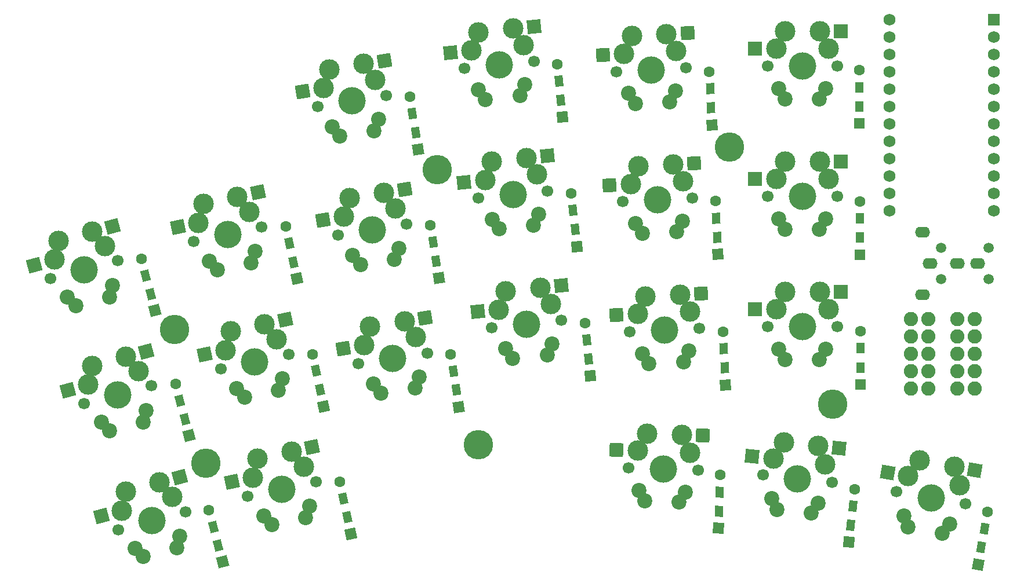
<source format=gbs>
%TF.GenerationSoftware,KiCad,Pcbnew,(6.0.0-0)*%
%TF.CreationDate,2022-02-08T20:15:09+07:00*%
%TF.ProjectId,kibod-01-mirrored-rev2,6b69626f-642d-4303-912d-6d6972726f72,rev?*%
%TF.SameCoordinates,Original*%
%TF.FileFunction,Soldermask,Bot*%
%TF.FilePolarity,Negative*%
%FSLAX46Y46*%
G04 Gerber Fmt 4.6, Leading zero omitted, Abs format (unit mm)*
G04 Created by KiCad (PCBNEW (6.0.0-0)) date 2022-02-08 20:15:09*
%MOMM*%
%LPD*%
G01*
G04 APERTURE LIST*
G04 Aperture macros list*
%AMRotRect*
0 Rectangle, with rotation*
0 The origin of the aperture is its center*
0 $1 length*
0 $2 width*
0 $3 Rotation angle, in degrees counterclockwise*
0 Add horizontal line*
21,1,$1,$2,0,0,$3*%
G04 Aperture macros list end*
%ADD10RotRect,1.600000X1.200000X285.000000*%
%ADD11RotRect,1.600000X1.600000X285.000000*%
%ADD12C,1.600000*%
%ADD13RotRect,1.600000X1.200000X282.000000*%
%ADD14RotRect,1.600000X1.600000X282.000000*%
%ADD15RotRect,1.600000X1.200000X279.000000*%
%ADD16RotRect,1.600000X1.600000X279.000000*%
%ADD17RotRect,1.600000X1.200000X276.000000*%
%ADD18RotRect,1.600000X1.600000X276.000000*%
%ADD19RotRect,1.600000X1.600000X273.000000*%
%ADD20RotRect,1.600000X1.200000X273.000000*%
%ADD21R,1.200000X1.600000*%
%ADD22R,1.600000X1.600000*%
%ADD23RotRect,1.600000X1.200000X268.000000*%
%ADD24RotRect,1.600000X1.600000X268.000000*%
%ADD25RotRect,1.600000X1.200000X264.000000*%
%ADD26RotRect,1.600000X1.600000X264.000000*%
%ADD27RotRect,1.600000X1.200000X260.000000*%
%ADD28RotRect,1.600000X1.600000X260.000000*%
%ADD29C,3.000000*%
%ADD30C,1.700000*%
%ADD31C,4.000000*%
%ADD32RotRect,2.000000X2.000000X195.000000*%
%ADD33C,2.200000*%
%ADD34RotRect,2.000000X2.000000X192.000000*%
%ADD35RotRect,2.000000X2.000000X189.000000*%
%ADD36RotRect,2.000000X2.000000X186.000000*%
%ADD37RotRect,2.000000X2.000000X183.000000*%
%ADD38R,2.000000X2.000000*%
%ADD39RotRect,2.000000X2.000000X178.000000*%
%ADD40RotRect,2.000000X2.000000X174.000000*%
%ADD41RotRect,2.000000X2.000000X170.000000*%
%ADD42C,2.082800*%
%ADD43C,4.300000*%
%ADD44C,1.500000*%
%ADD45O,2.200000X1.600000*%
%ADD46R,1.752600X1.752600*%
%ADD47C,1.752600*%
G04 APERTURE END LIST*
D10*
%TO.C,D-0-0*%
X35606651Y-60143963D03*
D11*
X36253698Y-62558778D03*
D10*
X34881957Y-57439371D03*
D12*
X34234910Y-55024556D03*
%TD*%
D13*
%TO.C,D-0-1*%
X56431074Y-55485784D03*
D14*
X56950854Y-57931153D03*
D12*
X55329142Y-50301601D03*
D13*
X55848922Y-52746970D03*
%TD*%
D15*
%TO.C,D-0-2*%
X74290001Y-36560063D03*
D16*
X74681087Y-39029284D03*
D15*
X73851985Y-33794535D03*
D12*
X73460899Y-31325314D03*
%TD*%
D17*
%TO.C,D-0-3*%
X95514786Y-31813388D03*
D18*
X95776107Y-34299692D03*
D17*
X95222106Y-29028726D03*
D12*
X94960785Y-26542422D03*
%TD*%
D19*
%TO.C,D-0-4*%
X117583269Y-35447427D03*
D20*
X117452429Y-32950853D03*
D12*
X117175049Y-27658117D03*
D20*
X117305889Y-30154691D03*
%TD*%
D21*
%TO.C,D-0-5*%
X139107246Y-32741289D03*
D22*
X139107246Y-35241289D03*
D21*
X139107246Y-29941289D03*
D12*
X139107246Y-27441289D03*
%TD*%
D11*
%TO.C,D-1-0*%
X41259145Y-80847721D03*
D10*
X40612098Y-78432906D03*
X39887404Y-75728314D03*
D12*
X39240357Y-73313499D03*
%TD*%
D14*
%TO.C,D-1-1*%
X60851326Y-76573969D03*
D13*
X60331546Y-74128600D03*
X59749394Y-71389786D03*
D12*
X59229614Y-68944417D03*
%TD*%
D15*
%TO.C,D-1-2*%
X77307846Y-55316818D03*
D16*
X77698932Y-57786039D03*
D12*
X76478744Y-50082069D03*
D15*
X76869830Y-52551290D03*
%TD*%
D17*
%TO.C,D-1-3*%
X97600246Y-50713151D03*
D18*
X97861567Y-53199455D03*
D12*
X97046245Y-45442185D03*
D17*
X97307566Y-47928489D03*
%TD*%
D19*
%TO.C,D-1-4*%
X118473490Y-54375176D03*
D20*
X118342650Y-51878602D03*
D12*
X118065270Y-46585866D03*
D20*
X118196110Y-49082440D03*
%TD*%
D22*
%TO.C,D-1-5*%
X139158046Y-54392889D03*
D21*
X139158046Y-51892889D03*
D12*
X139158046Y-46592889D03*
D21*
X139158046Y-49092889D03*
%TD*%
D10*
%TO.C,D-2-0*%
X45490862Y-96896214D03*
D11*
X46137909Y-99311029D03*
D12*
X44119121Y-91776807D03*
D10*
X44766168Y-94191622D03*
%TD*%
D13*
%TO.C,D-2-1*%
X64338371Y-92811318D03*
D14*
X64858151Y-95256687D03*
D13*
X63756219Y-90072504D03*
D12*
X63236439Y-87627135D03*
%TD*%
D15*
%TO.C,D-2-2*%
X80233328Y-74183636D03*
D16*
X80624414Y-76652857D03*
D12*
X79404226Y-68948887D03*
D15*
X79795312Y-71418108D03*
%TD*%
D18*
%TO.C,D-2-3*%
X99849221Y-72156983D03*
D17*
X99587900Y-69670679D03*
D12*
X99033899Y-64399713D03*
D17*
X99295220Y-66886017D03*
%TD*%
D19*
%TO.C,D-2-4*%
X119574610Y-73444481D03*
D20*
X119443770Y-70947907D03*
X119297230Y-68151745D03*
D12*
X119166390Y-65655171D03*
%TD*%
D21*
%TO.C,D-2-5*%
X139259646Y-70892089D03*
D22*
X139259646Y-73392089D03*
D21*
X139259646Y-68092089D03*
D12*
X139259646Y-65592089D03*
%TD*%
D23*
%TO.C,D-3-3*%
X118620800Y-91914891D03*
D24*
X118533551Y-94413368D03*
D12*
X118805767Y-86618120D03*
D23*
X118718518Y-89116597D03*
%TD*%
D25*
%TO.C,D-3-4*%
X137827319Y-93940075D03*
D26*
X137565998Y-96426379D03*
D12*
X138381320Y-88669109D03*
D25*
X138119999Y-91155413D03*
%TD*%
D27*
%TO.C,D-3-5*%
X156894735Y-97215893D03*
D28*
X156460614Y-99677912D03*
D27*
X157380949Y-94458431D03*
D12*
X157815070Y-91996412D03*
%TD*%
D29*
%TO.C,K-0-0*%
X27053524Y-51036972D03*
X21577295Y-55133925D03*
D30*
X21007970Y-57916077D03*
D31*
X25914873Y-56601276D03*
D29*
X28937650Y-53161724D03*
D30*
X30821776Y-55286475D03*
D29*
X22146621Y-52351773D03*
D32*
X18592584Y-55933676D03*
D33*
X24720483Y-61880285D03*
X23472234Y-60641132D03*
X29588749Y-60575837D03*
D32*
X30009257Y-50244986D03*
D33*
X30050189Y-58878575D03*
%TD*%
D29*
%TO.C,K-0-1*%
X42601294Y-49724826D03*
D30*
X41887142Y-52473368D03*
X51825122Y-50360986D03*
D29*
X48284436Y-45920091D03*
D31*
X46856132Y-51417177D03*
D29*
X43315446Y-46976283D03*
X50054779Y-48140539D03*
D33*
X44205411Y-55323659D03*
X45387097Y-56626441D03*
D34*
X39578818Y-50367273D03*
D33*
X50316961Y-55578567D03*
D34*
X51277567Y-45283882D03*
D33*
X50866596Y-53907780D03*
%TD*%
D29*
%TO.C,K-0-2*%
X66722500Y-26522427D03*
X61705044Y-27317114D03*
X60848023Y-30024514D03*
D30*
X59991002Y-32731914D03*
D31*
X65008459Y-31937227D03*
D30*
X70025916Y-31142540D03*
D29*
X68374208Y-28832483D03*
D35*
X57796066Y-30507896D03*
D33*
X62156921Y-35699627D03*
X63268805Y-37062469D03*
D35*
X69744827Y-26043737D03*
D33*
X68246755Y-36274039D03*
X68883079Y-34634309D03*
%TD*%
D29*
%TO.C,K-0-3*%
X83460339Y-21881020D03*
D31*
X86517429Y-26667689D03*
D29*
X90041055Y-23743350D03*
X82462798Y-24539857D03*
X88512510Y-21350015D03*
D30*
X81465258Y-27198694D03*
X91569600Y-26136684D03*
D33*
X83472890Y-30275695D03*
X84511925Y-31694861D03*
D36*
X79389726Y-24862850D03*
D33*
X90245584Y-29563856D03*
D36*
X91555747Y-21030158D03*
D33*
X89524316Y-31168037D03*
%TD*%
D29*
%TO.C,K-0-4*%
X112337091Y-24644385D03*
D30*
X113738284Y-27114437D03*
D29*
X104727534Y-25043185D03*
D30*
X103592208Y-27646171D03*
D29*
X105862860Y-22440199D03*
X110935898Y-22174333D03*
D31*
X108665246Y-27380304D03*
D33*
X106399389Y-32295626D03*
X105436051Y-30824027D03*
D37*
X101641769Y-25204903D03*
X113991705Y-22014185D03*
D33*
X111432482Y-32031853D03*
X112236718Y-30467619D03*
%TD*%
D29*
%TO.C,K-0-5*%
X133310357Y-21760828D03*
X126960357Y-24300828D03*
D30*
X135850357Y-26840828D03*
D29*
X134580357Y-24300828D03*
D31*
X130770357Y-26840828D03*
D29*
X128230357Y-21760828D03*
D30*
X125690357Y-26840828D03*
D33*
X128250357Y-31630828D03*
D38*
X123870357Y-24300828D03*
D33*
X127365357Y-30110828D03*
X133290357Y-31630828D03*
D38*
X136370357Y-21760828D03*
D33*
X134175357Y-30110828D03*
%TD*%
D29*
%TO.C,K-1-0*%
X27067417Y-70641727D03*
X26498091Y-73423879D03*
D30*
X35742572Y-73576429D03*
D31*
X30835669Y-74891230D03*
D30*
X25928766Y-76206031D03*
D29*
X31974320Y-69326926D03*
X33858446Y-71451678D03*
D33*
X29641279Y-80170239D03*
D32*
X23513380Y-74223630D03*
D33*
X28393030Y-78931086D03*
D32*
X34930053Y-68534940D03*
D33*
X34970985Y-77168529D03*
X34509545Y-78865791D03*
%TD*%
D31*
%TO.C,K-1-1*%
X50816846Y-70050889D03*
D29*
X47276160Y-65609995D03*
D30*
X45847856Y-71107080D03*
X55785836Y-68994698D03*
D29*
X54015493Y-66774251D03*
X52245150Y-64553803D03*
X46562008Y-68358538D03*
D33*
X49347811Y-75260153D03*
X48166125Y-73957371D03*
D34*
X43539532Y-69000985D03*
D33*
X54827310Y-72541492D03*
X54277675Y-74212279D03*
D34*
X55238281Y-63917594D03*
%TD*%
D29*
%TO.C,K-1-2*%
X64685118Y-46132576D03*
D30*
X73005990Y-49958002D03*
D31*
X67988533Y-50752689D03*
D29*
X63828097Y-48839976D03*
X69702574Y-45337889D03*
D30*
X62971076Y-51547376D03*
D29*
X71354282Y-47647945D03*
D35*
X60776140Y-49323358D03*
D33*
X66248879Y-55877931D03*
X65136995Y-54515089D03*
X71226829Y-55089501D03*
D35*
X72724901Y-44859199D03*
D33*
X71863153Y-53449771D03*
%TD*%
D29*
%TO.C,K-1-3*%
X85451607Y-40826660D03*
D30*
X93560868Y-45082324D03*
D31*
X88508697Y-45613329D03*
D29*
X84454066Y-43485497D03*
X92032323Y-42688990D03*
D30*
X83456526Y-46144334D03*
D29*
X90503778Y-40295655D03*
D33*
X86503193Y-50640501D03*
X85464158Y-49221335D03*
D36*
X81380994Y-43808490D03*
D33*
X91515584Y-50113677D03*
D36*
X93547015Y-39975798D03*
D33*
X92236852Y-48509496D03*
%TD*%
D30*
%TO.C,K-1-4*%
X114735283Y-46138329D03*
D29*
X106859859Y-41464091D03*
X111932897Y-41198225D03*
D30*
X104589207Y-46670063D03*
D31*
X109662245Y-46404196D03*
D29*
X105724533Y-44067077D03*
X113334090Y-43668277D03*
D33*
X107396388Y-51319518D03*
D37*
X102638768Y-44228795D03*
D33*
X106433050Y-49847919D03*
X112429481Y-51055745D03*
D37*
X114988704Y-41038077D03*
D33*
X113233717Y-49491511D03*
%TD*%
D30*
%TO.C,K-1-5*%
X125690357Y-45890828D03*
D31*
X130770357Y-45890828D03*
D29*
X133310357Y-40810828D03*
X128230357Y-40810828D03*
X134580357Y-43350828D03*
D30*
X135850357Y-45890828D03*
D29*
X126960357Y-43350828D03*
D33*
X128250357Y-50680828D03*
D38*
X123870357Y-43350828D03*
D33*
X127365357Y-49160828D03*
D38*
X136370357Y-40810828D03*
D33*
X133290357Y-50680828D03*
X134175357Y-49160828D03*
%TD*%
D29*
%TO.C,K-2-0*%
X38788950Y-89852564D03*
X31997921Y-89042613D03*
X31428595Y-91824765D03*
D31*
X35766173Y-93292116D03*
D29*
X36904824Y-87727812D03*
D30*
X30859270Y-94606917D03*
X40673076Y-91977315D03*
D33*
X33323534Y-97331972D03*
X34571783Y-98571125D03*
D32*
X28443884Y-92624516D03*
D33*
X39901489Y-95569415D03*
D32*
X39860557Y-86935826D03*
D33*
X39440049Y-97266677D03*
%TD*%
D29*
%TO.C,K-2-1*%
X56205871Y-83187514D03*
D31*
X54777567Y-88684600D03*
D29*
X57976214Y-85407962D03*
X51236881Y-84243706D03*
D30*
X49808577Y-89740791D03*
X59746557Y-87628409D03*
D29*
X50522729Y-86992249D03*
D34*
X47500253Y-87634696D03*
D33*
X52126846Y-92591082D03*
X53308532Y-93893864D03*
X58788031Y-91175203D03*
D34*
X59199002Y-82551305D03*
D33*
X58238396Y-92845990D03*
%TD*%
D29*
%TO.C,K-2-2*%
X66808174Y-67655438D03*
D30*
X65951153Y-70362838D03*
D31*
X70968610Y-69568151D03*
D29*
X74334359Y-66463407D03*
X67665195Y-64948038D03*
D30*
X75986067Y-68773464D03*
D29*
X72682651Y-64153351D03*
D33*
X68117072Y-73330551D03*
X69228956Y-74693393D03*
D35*
X63756217Y-68138820D03*
D33*
X74206906Y-73904963D03*
X74843230Y-72265233D03*
D35*
X75704978Y-63674661D03*
%TD*%
D29*
%TO.C,K-2-3*%
X94023589Y-61634633D03*
D30*
X95552134Y-64027967D03*
X85447792Y-65089977D03*
D31*
X90499963Y-64558972D03*
D29*
X86445332Y-62431140D03*
X87442873Y-59772303D03*
X92495044Y-59241298D03*
D33*
X87455424Y-68166978D03*
D36*
X83372260Y-62754133D03*
D33*
X88494459Y-69586144D03*
X93506850Y-69059320D03*
D36*
X95538281Y-58921441D03*
D33*
X94228118Y-67455139D03*
%TD*%
D30*
%TO.C,K-2-4*%
X105586208Y-65693956D03*
D29*
X107856860Y-60487984D03*
D31*
X110659246Y-65428089D03*
D30*
X115732284Y-65162222D03*
D29*
X106721534Y-63090970D03*
X114331091Y-62692170D03*
X112929898Y-60222118D03*
D33*
X107430051Y-68871812D03*
X108393389Y-70343411D03*
D37*
X103635769Y-63252688D03*
X115985705Y-60061970D03*
D33*
X114230718Y-68515404D03*
X113426482Y-70079638D03*
%TD*%
D30*
%TO.C,K-2-5*%
X135850357Y-64940828D03*
D29*
X134580357Y-62400828D03*
D31*
X130770357Y-64940828D03*
D30*
X125690357Y-64940828D03*
D29*
X133310357Y-59860828D03*
X126960357Y-62400828D03*
X128230357Y-59860828D03*
D33*
X128250357Y-69730828D03*
X127365357Y-68210828D03*
D38*
X123870357Y-62400828D03*
D33*
X133290357Y-69730828D03*
X134175357Y-68210828D03*
D38*
X136370357Y-59860828D03*
%TD*%
D29*
%TO.C,K-3-3*%
X108078896Y-80574994D03*
D30*
X115516964Y-85917833D03*
D29*
X106721025Y-83069124D03*
X114336383Y-83335058D03*
D31*
X110440059Y-85740544D03*
D30*
X105363154Y-85563255D03*
D29*
X113155801Y-80752283D03*
D39*
X103632907Y-82961285D03*
D33*
X106923012Y-88889719D03*
X107754426Y-90439679D03*
D39*
X116213937Y-80859076D03*
D33*
X113728863Y-89127385D03*
X112791355Y-90615573D03*
%TD*%
D31*
%TO.C,K-3-4*%
X130048859Y-87162944D03*
D29*
X128053778Y-81845270D03*
X133105949Y-82376275D03*
D30*
X124996688Y-86631939D03*
D29*
X134103490Y-85035112D03*
X126525233Y-84238605D03*
D30*
X135101030Y-87693949D03*
D33*
X126320704Y-90059111D03*
D40*
X123452160Y-83915612D03*
D33*
X127041972Y-91663292D03*
X133093398Y-90770950D03*
X132054363Y-92190116D03*
D40*
X136149186Y-82696132D03*
%TD*%
D29*
%TO.C,K-3-5*%
X146245008Y-86793933D03*
D30*
X154558882Y-90839077D03*
D31*
X149556059Y-89956944D03*
D29*
X153749243Y-88117132D03*
D30*
X144553236Y-89074811D03*
D29*
X152939603Y-85395187D03*
X147936780Y-84513054D03*
D41*
X143201952Y-86257360D03*
D33*
X146242569Y-94236580D03*
X145634959Y-92585993D03*
X151206000Y-95111767D03*
D41*
X155953115Y-85926550D03*
D33*
X152341500Y-93768537D03*
%TD*%
D42*
%TO.C,J1*%
X146620453Y-63793147D03*
X149160453Y-63793147D03*
X146620453Y-66333147D03*
X149160453Y-66333147D03*
X146620453Y-68873147D03*
X149160453Y-68873147D03*
X146620453Y-71413147D03*
X149160453Y-71413147D03*
X146620453Y-73953147D03*
X149160453Y-73953147D03*
%TD*%
D43*
%TO.C,Ref\u002A\u002A*%
X135229600Y-76301600D03*
%TD*%
%TO.C,Ref\u002A\u002A*%
X120153653Y-38697947D03*
%TD*%
%TO.C,Ref\u002A\u002A*%
X77430853Y-41999947D03*
%TD*%
%TO.C,Ref\u002A\u002A*%
X83465259Y-82184544D03*
%TD*%
%TO.C,Ref\u002A\u002A*%
X39076853Y-65317147D03*
%TD*%
D44*
%TO.C,U2*%
X150996853Y-53393147D03*
X157996853Y-53393147D03*
X157996853Y-57993147D03*
X150996853Y-57993147D03*
D45*
X148296853Y-60293147D03*
X148296853Y-51093147D03*
X149396853Y-55693147D03*
X153396853Y-55693147D03*
X156396853Y-55693147D03*
%TD*%
D43*
%TO.C,Ref\u002A\u002A*%
X43699653Y-84925947D03*
%TD*%
D46*
%TO.C,U1*%
X158710853Y-20059897D03*
D47*
X158710853Y-22599897D03*
X158710853Y-25139897D03*
X158710853Y-27679897D03*
X158710853Y-30219897D03*
X158710853Y-32759897D03*
X158710853Y-35299897D03*
X158710853Y-37839897D03*
X158710853Y-40379897D03*
X158710853Y-42919897D03*
X158710853Y-45459897D03*
X158710853Y-47999897D03*
X143470853Y-47999897D03*
X143470853Y-45459897D03*
X143470853Y-42919897D03*
X143470853Y-40379897D03*
X143470853Y-37839897D03*
X143470853Y-35299897D03*
X143470853Y-32759897D03*
X143470853Y-30219897D03*
X143470853Y-27679897D03*
X143470853Y-25139897D03*
X143470853Y-22599897D03*
X143470853Y-20059897D03*
%TD*%
D42*
%TO.C,J2*%
X155916853Y-63793147D03*
X153376853Y-63793147D03*
X155916853Y-66333147D03*
X153376853Y-66333147D03*
X155916853Y-68873147D03*
X153376853Y-68873147D03*
X155916853Y-71413147D03*
X153376853Y-71413147D03*
X155916853Y-73953147D03*
X153376853Y-73953147D03*
%TD*%
M02*

</source>
